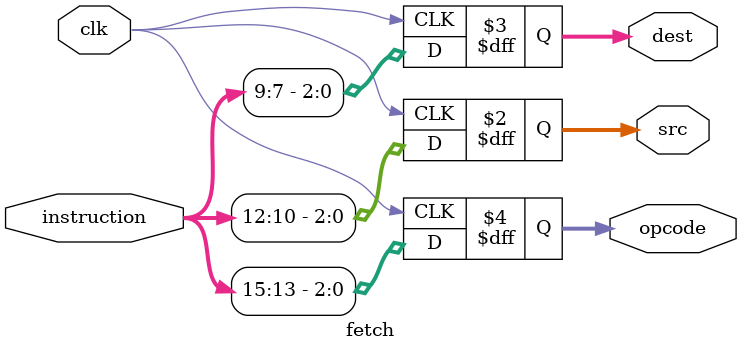
<source format=v>
module fetch(
    input clk,
    input[15:0] instruction,
    output reg[2:0] src,
    output reg[2:0] dest,
    output reg[2:0] opcode
);
    always @(posedge clk) begin
        opcode = instruction[15:13];
        src = instruction[12:10];
        dest = instruction[9:7];
    end
endmodule
</source>
